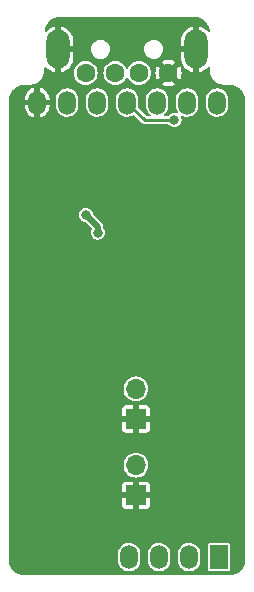
<source format=gbl>
%TF.GenerationSoftware,KiCad,Pcbnew,7.0.10*%
%TF.CreationDate,2024-03-08T01:09:17+05:30*%
%TF.ProjectId,ADAPTER PCB,41444150-5445-4522-9050-43422e6b6963,rev?*%
%TF.SameCoordinates,Original*%
%TF.FileFunction,Copper,L2,Bot*%
%TF.FilePolarity,Positive*%
%FSLAX46Y46*%
G04 Gerber Fmt 4.6, Leading zero omitted, Abs format (unit mm)*
G04 Created by KiCad (PCBNEW 7.0.10) date 2024-03-08 01:09:17*
%MOMM*%
%LPD*%
G01*
G04 APERTURE LIST*
%TA.AperFunction,ComponentPad*%
%ADD10O,1.500000X2.000000*%
%TD*%
%TA.AperFunction,ComponentPad*%
%ADD11R,1.500000X2.000000*%
%TD*%
%TA.AperFunction,ComponentPad*%
%ADD12C,1.600000*%
%TD*%
%TA.AperFunction,ComponentPad*%
%ADD13O,2.000000X3.300000*%
%TD*%
%TA.AperFunction,ComponentPad*%
%ADD14R,1.700000X1.700000*%
%TD*%
%TA.AperFunction,ComponentPad*%
%ADD15O,1.700000X1.700000*%
%TD*%
%TA.AperFunction,ViaPad*%
%ADD16C,0.800000*%
%TD*%
%TA.AperFunction,Conductor*%
%ADD17C,0.250000*%
%TD*%
%TA.AperFunction,Conductor*%
%ADD18C,0.500000*%
%TD*%
G04 APERTURE END LIST*
D10*
%TO.P,U1,1,M0*%
%TO.N,Net-(JP1-B)*%
X132620000Y-83250000D03*
%TO.P,U1,2,M1*%
%TO.N,Net-(JP2-B)*%
X130080000Y-83250000D03*
%TO.P,U1,3,RXD*%
%TO.N,/RXD*%
X127540000Y-83250000D03*
%TO.P,U1,4,TXD*%
%TO.N,/TXD*%
X125000000Y-83250000D03*
%TO.P,U1,5,AUX*%
%TO.N,Net-(U1-AUX)*%
X122460000Y-83250000D03*
%TO.P,U1,6,VCC*%
%TO.N,VCC*%
X119920000Y-83250000D03*
%TO.P,U1,7,GND*%
%TO.N,GND*%
X117380000Y-83250000D03*
%TO.P,U1,8,NC*%
%TO.N,unconnected-(U1-NC-Pad8)*%
X125180000Y-121750000D03*
%TO.P,U1,9,NC*%
%TO.N,unconnected-(U1-NC-Pad9)*%
X127720000Y-121750000D03*
%TO.P,U1,10,NC*%
%TO.N,unconnected-(U1-NC-Pad10)*%
X130260000Y-121750000D03*
D11*
%TO.P,U1,11,NC*%
%TO.N,unconnected-(U1-NC-Pad11)*%
X132800000Y-121750000D03*
%TD*%
D12*
%TO.P,J1,1,VBUS*%
%TO.N,Net-(J1-VBUS)*%
X121500000Y-80750000D03*
%TO.P,J1,2,D-*%
%TO.N,/USB_D-*%
X124000000Y-80750000D03*
%TO.P,J1,3,D+*%
%TO.N,/USB_D+*%
X126000000Y-80750000D03*
%TO.P,J1,4,GND*%
%TO.N,GND*%
X128500000Y-80750000D03*
D13*
%TO.P,J1,5,Shield*%
X130850000Y-78750000D03*
X119150000Y-78750000D03*
%TD*%
D14*
%TO.P,JP2,1,A*%
%TO.N,GND*%
X125750000Y-110040000D03*
D15*
%TO.P,JP2,2,B*%
%TO.N,Net-(JP2-B)*%
X125750000Y-107500000D03*
%TD*%
D14*
%TO.P,JP1,1,A*%
%TO.N,GND*%
X125750000Y-116500000D03*
D15*
%TO.P,JP1,2,B*%
%TO.N,Net-(JP1-B)*%
X125750000Y-113960000D03*
%TD*%
D16*
%TO.N,GND*%
X124000000Y-95000000D03*
X123750000Y-99500000D03*
X131000000Y-81250000D03*
X133750000Y-85250000D03*
X128000000Y-86500000D03*
X132750000Y-119250000D03*
X117250000Y-119750000D03*
X132500000Y-113500000D03*
X131750000Y-104500000D03*
X130250000Y-99500000D03*
X121000000Y-88500000D03*
X122500000Y-91750000D03*
X126750000Y-89250000D03*
X116750000Y-92750000D03*
X118250000Y-90750000D03*
X116250000Y-87500000D03*
X116500000Y-85500000D03*
%TO.N,VCC*%
X121500000Y-92750000D03*
X122512653Y-94262653D03*
%TO.N,GND*%
X117750000Y-99750000D03*
%TO.N,/TXD*%
X129000000Y-84750000D03*
%TD*%
D17*
%TO.N,/TXD*%
X126500000Y-84750000D02*
X125000000Y-83250000D01*
X129000000Y-84750000D02*
X126500000Y-84750000D01*
D18*
%TO.N,VCC*%
X122512653Y-93762653D02*
X121500000Y-92750000D01*
X122512653Y-94262653D02*
X122512653Y-93762653D01*
%TD*%
%TA.AperFunction,Conductor*%
%TO.N,GND*%
G36*
X130753875Y-76000805D02*
G01*
X130755738Y-76000951D01*
X130806771Y-76004967D01*
X130807087Y-76004994D01*
X130946135Y-76017159D01*
X130960580Y-76019512D01*
X131040370Y-76038668D01*
X131042791Y-76039282D01*
X131147873Y-76067438D01*
X131160111Y-76071593D01*
X131241252Y-76105203D01*
X131245167Y-76106926D01*
X131338496Y-76150446D01*
X131348368Y-76155749D01*
X131425101Y-76202771D01*
X131430099Y-76206049D01*
X131512808Y-76263962D01*
X131520301Y-76269763D01*
X131551222Y-76296172D01*
X131589319Y-76328710D01*
X131595027Y-76333986D01*
X131666012Y-76404971D01*
X131671288Y-76410679D01*
X131730228Y-76479688D01*
X131736044Y-76487200D01*
X131793933Y-76569874D01*
X131797238Y-76574914D01*
X131844240Y-76651614D01*
X131849552Y-76661502D01*
X131893072Y-76754831D01*
X131894812Y-76758785D01*
X131928401Y-76839877D01*
X131932564Y-76852139D01*
X131960705Y-76957164D01*
X131961342Y-76959675D01*
X131980483Y-77039399D01*
X131982842Y-77053883D01*
X131991779Y-77156043D01*
X131978015Y-77215660D01*
X131931838Y-77255801D01*
X131870885Y-77261133D01*
X131823152Y-77234675D01*
X131688811Y-77100334D01*
X131502481Y-76969865D01*
X131296323Y-76873732D01*
X131100000Y-76821127D01*
X131100000Y-77566313D01*
X131059844Y-77540507D01*
X130921889Y-77500000D01*
X130778111Y-77500000D01*
X130640156Y-77540507D01*
X130600000Y-77566313D01*
X130600000Y-76821127D01*
X130403676Y-76873732D01*
X130197518Y-76969865D01*
X130011188Y-77100334D01*
X129850334Y-77261188D01*
X129719865Y-77447518D01*
X129623733Y-77653676D01*
X129564857Y-77873402D01*
X129550000Y-78043228D01*
X129550000Y-78499999D01*
X129550001Y-78500000D01*
X130350000Y-78500000D01*
X130350000Y-79000000D01*
X129550001Y-79000000D01*
X129550000Y-79000001D01*
X129550000Y-79456771D01*
X129564857Y-79626597D01*
X129623733Y-79846323D01*
X129719865Y-80052481D01*
X129850334Y-80238811D01*
X130011188Y-80399665D01*
X130197518Y-80530134D01*
X130403676Y-80626266D01*
X130600000Y-80678872D01*
X130600000Y-79933686D01*
X130640156Y-79959493D01*
X130778111Y-80000000D01*
X130921889Y-80000000D01*
X131059844Y-79959493D01*
X131100000Y-79933686D01*
X131100000Y-80678871D01*
X131296323Y-80626266D01*
X131502481Y-80530134D01*
X131688811Y-80399665D01*
X131830496Y-80257981D01*
X131885013Y-80230204D01*
X131945445Y-80239775D01*
X131988710Y-80283040D01*
X131999500Y-80327985D01*
X131999500Y-80598420D01*
X132030289Y-80792821D01*
X132091116Y-80980025D01*
X132169942Y-81134732D01*
X132180476Y-81155405D01*
X132296172Y-81314646D01*
X132435354Y-81453828D01*
X132594595Y-81569524D01*
X132769975Y-81658884D01*
X132957174Y-81719709D01*
X132957175Y-81719709D01*
X132957178Y-81719710D01*
X133151580Y-81750500D01*
X133151583Y-81750500D01*
X133249901Y-81750500D01*
X133746110Y-81750500D01*
X133753875Y-81750805D01*
X133755738Y-81750951D01*
X133806771Y-81754967D01*
X133807087Y-81754994D01*
X133946135Y-81767159D01*
X133960580Y-81769512D01*
X134040370Y-81788668D01*
X134042791Y-81789282D01*
X134147873Y-81817438D01*
X134160111Y-81821593D01*
X134241252Y-81855203D01*
X134245167Y-81856926D01*
X134338496Y-81900446D01*
X134348368Y-81905749D01*
X134425101Y-81952771D01*
X134430099Y-81956049D01*
X134512808Y-82013962D01*
X134520301Y-82019763D01*
X134585089Y-82075097D01*
X134589319Y-82078710D01*
X134595027Y-82083986D01*
X134666012Y-82154971D01*
X134671288Y-82160679D01*
X134730228Y-82229688D01*
X134736044Y-82237200D01*
X134793933Y-82319874D01*
X134797238Y-82324914D01*
X134844240Y-82401614D01*
X134849552Y-82411502D01*
X134893072Y-82504831D01*
X134894812Y-82508785D01*
X134928401Y-82589877D01*
X134932564Y-82602139D01*
X134960705Y-82707164D01*
X134961342Y-82709675D01*
X134980483Y-82789399D01*
X134982842Y-82803883D01*
X134994979Y-82942611D01*
X134995051Y-82943471D01*
X134999195Y-82996124D01*
X134999500Y-83003892D01*
X134999500Y-121996107D01*
X134999195Y-122003875D01*
X134995051Y-122056527D01*
X134994979Y-122057387D01*
X134982842Y-122196115D01*
X134980483Y-122210599D01*
X134961342Y-122290323D01*
X134960705Y-122292834D01*
X134932564Y-122397859D01*
X134928401Y-122410121D01*
X134894812Y-122491213D01*
X134893072Y-122495167D01*
X134849552Y-122588496D01*
X134844240Y-122598384D01*
X134797249Y-122675067D01*
X134793933Y-122680124D01*
X134736044Y-122762798D01*
X134730228Y-122770310D01*
X134671288Y-122839319D01*
X134666012Y-122845027D01*
X134595027Y-122916012D01*
X134589319Y-122921288D01*
X134520310Y-122980228D01*
X134512798Y-122986044D01*
X134430124Y-123043933D01*
X134425067Y-123047249D01*
X134348384Y-123094240D01*
X134338496Y-123099552D01*
X134245167Y-123143072D01*
X134241213Y-123144812D01*
X134160121Y-123178401D01*
X134147859Y-123182564D01*
X134042834Y-123210705D01*
X134040323Y-123211342D01*
X133960599Y-123230483D01*
X133946115Y-123232842D01*
X133807387Y-123244979D01*
X133806527Y-123245051D01*
X133753875Y-123249195D01*
X133746107Y-123249500D01*
X116253893Y-123249500D01*
X116246125Y-123249195D01*
X116193471Y-123245051D01*
X116192611Y-123244979D01*
X116053883Y-123232842D01*
X116039399Y-123230483D01*
X115959675Y-123211342D01*
X115957164Y-123210705D01*
X115852139Y-123182564D01*
X115839877Y-123178401D01*
X115758785Y-123144812D01*
X115754831Y-123143072D01*
X115661502Y-123099552D01*
X115651619Y-123094242D01*
X115574914Y-123047238D01*
X115569884Y-123043939D01*
X115487197Y-122986042D01*
X115479688Y-122980228D01*
X115449185Y-122954176D01*
X115431259Y-122938865D01*
X115410679Y-122921288D01*
X115404971Y-122916012D01*
X115333986Y-122845027D01*
X115328710Y-122839319D01*
X115319240Y-122828231D01*
X115269763Y-122770301D01*
X115263962Y-122762808D01*
X115206049Y-122680099D01*
X115202771Y-122675101D01*
X115155749Y-122598368D01*
X115150446Y-122588496D01*
X115106926Y-122495167D01*
X115105203Y-122491252D01*
X115071593Y-122410111D01*
X115067438Y-122397873D01*
X115039282Y-122292791D01*
X115038668Y-122290370D01*
X115019512Y-122210580D01*
X115017159Y-122196135D01*
X115004994Y-122057087D01*
X115004967Y-122056771D01*
X115004293Y-122048207D01*
X124229500Y-122048207D01*
X124244155Y-122192321D01*
X124302026Y-122376768D01*
X124302027Y-122376770D01*
X124395838Y-122545787D01*
X124395840Y-122545790D01*
X124521759Y-122692468D01*
X124621597Y-122769748D01*
X124674627Y-122810796D01*
X124848180Y-122895928D01*
X124848184Y-122895930D01*
X125035326Y-122944385D01*
X125228390Y-122954176D01*
X125419474Y-122924903D01*
X125497703Y-122895930D01*
X125600749Y-122857766D01*
X125600751Y-122857764D01*
X125600753Y-122857764D01*
X125764807Y-122755509D01*
X125904919Y-122622323D01*
X126015353Y-122463658D01*
X126091587Y-122286012D01*
X126130500Y-122096656D01*
X126130500Y-122048207D01*
X126769500Y-122048207D01*
X126784155Y-122192321D01*
X126842026Y-122376768D01*
X126842027Y-122376770D01*
X126935838Y-122545787D01*
X126935840Y-122545790D01*
X127061759Y-122692468D01*
X127161597Y-122769748D01*
X127214627Y-122810796D01*
X127388180Y-122895928D01*
X127388184Y-122895930D01*
X127575326Y-122944385D01*
X127768390Y-122954176D01*
X127959474Y-122924903D01*
X128037703Y-122895930D01*
X128140749Y-122857766D01*
X128140751Y-122857764D01*
X128140753Y-122857764D01*
X128304807Y-122755509D01*
X128444919Y-122622323D01*
X128555353Y-122463658D01*
X128631587Y-122286012D01*
X128670500Y-122096656D01*
X128670500Y-122048207D01*
X129309500Y-122048207D01*
X129324155Y-122192321D01*
X129382026Y-122376768D01*
X129382027Y-122376770D01*
X129475838Y-122545787D01*
X129475840Y-122545790D01*
X129601759Y-122692468D01*
X129701597Y-122769748D01*
X129754627Y-122810796D01*
X129928180Y-122895928D01*
X129928184Y-122895930D01*
X130115326Y-122944385D01*
X130308390Y-122954176D01*
X130499474Y-122924903D01*
X130577703Y-122895930D01*
X130680749Y-122857766D01*
X130680751Y-122857764D01*
X130680753Y-122857764D01*
X130821966Y-122769746D01*
X131849500Y-122769746D01*
X131849501Y-122769758D01*
X131861132Y-122828227D01*
X131861134Y-122828233D01*
X131880868Y-122857766D01*
X131905448Y-122894552D01*
X131971769Y-122938867D01*
X132016231Y-122947711D01*
X132030241Y-122950498D01*
X132030246Y-122950498D01*
X132030252Y-122950500D01*
X132030253Y-122950500D01*
X133569747Y-122950500D01*
X133569748Y-122950500D01*
X133628231Y-122938867D01*
X133694552Y-122894552D01*
X133738867Y-122828231D01*
X133750500Y-122769748D01*
X133750500Y-120730252D01*
X133738867Y-120671769D01*
X133694552Y-120605448D01*
X133694548Y-120605445D01*
X133628233Y-120561134D01*
X133628231Y-120561133D01*
X133628228Y-120561132D01*
X133628227Y-120561132D01*
X133569758Y-120549501D01*
X133569748Y-120549500D01*
X132030252Y-120549500D01*
X132030251Y-120549500D01*
X132030241Y-120549501D01*
X131971772Y-120561132D01*
X131971766Y-120561134D01*
X131905451Y-120605445D01*
X131905445Y-120605451D01*
X131861134Y-120671766D01*
X131861132Y-120671772D01*
X131849501Y-120730241D01*
X131849500Y-120730253D01*
X131849500Y-122769746D01*
X130821966Y-122769746D01*
X130844807Y-122755509D01*
X130984919Y-122622323D01*
X131095353Y-122463658D01*
X131171587Y-122286012D01*
X131210500Y-122096656D01*
X131210500Y-121451794D01*
X131195845Y-121307679D01*
X131137974Y-121123232D01*
X131044159Y-120954209D01*
X130978458Y-120877677D01*
X130918240Y-120807531D01*
X130765372Y-120689203D01*
X130591818Y-120604071D01*
X130591820Y-120604071D01*
X130571600Y-120598835D01*
X130404674Y-120555615D01*
X130404672Y-120555614D01*
X130404669Y-120555614D01*
X130260560Y-120548306D01*
X130211610Y-120545824D01*
X130211608Y-120545824D01*
X130211605Y-120545824D01*
X130020525Y-120575096D01*
X129839250Y-120642233D01*
X129675191Y-120744492D01*
X129675185Y-120744497D01*
X129535082Y-120877675D01*
X129424651Y-121036334D01*
X129424645Y-121036345D01*
X129348413Y-121213986D01*
X129348413Y-121213988D01*
X129309500Y-121403344D01*
X129309500Y-121403347D01*
X129309500Y-122048207D01*
X128670500Y-122048207D01*
X128670500Y-121451794D01*
X128655845Y-121307679D01*
X128597974Y-121123232D01*
X128504159Y-120954209D01*
X128438458Y-120877677D01*
X128378240Y-120807531D01*
X128225372Y-120689203D01*
X128051818Y-120604071D01*
X128051820Y-120604071D01*
X128031600Y-120598835D01*
X127864674Y-120555615D01*
X127864672Y-120555614D01*
X127864669Y-120555614D01*
X127720560Y-120548306D01*
X127671610Y-120545824D01*
X127671608Y-120545824D01*
X127671605Y-120545824D01*
X127480525Y-120575096D01*
X127299250Y-120642233D01*
X127135191Y-120744492D01*
X127135185Y-120744497D01*
X126995082Y-120877675D01*
X126884651Y-121036334D01*
X126884645Y-121036345D01*
X126808413Y-121213986D01*
X126808413Y-121213988D01*
X126769500Y-121403344D01*
X126769500Y-121403347D01*
X126769500Y-122048207D01*
X126130500Y-122048207D01*
X126130500Y-121451794D01*
X126115845Y-121307679D01*
X126057974Y-121123232D01*
X125964159Y-120954209D01*
X125898458Y-120877677D01*
X125838240Y-120807531D01*
X125685372Y-120689203D01*
X125511818Y-120604071D01*
X125511820Y-120604071D01*
X125491600Y-120598835D01*
X125324674Y-120555615D01*
X125324672Y-120555614D01*
X125324669Y-120555614D01*
X125180560Y-120548306D01*
X125131610Y-120545824D01*
X125131608Y-120545824D01*
X125131605Y-120545824D01*
X124940525Y-120575096D01*
X124759250Y-120642233D01*
X124595191Y-120744492D01*
X124595185Y-120744497D01*
X124455082Y-120877675D01*
X124344651Y-121036334D01*
X124344645Y-121036345D01*
X124268413Y-121213986D01*
X124268413Y-121213988D01*
X124229500Y-121403344D01*
X124229500Y-121403347D01*
X124229500Y-122048207D01*
X115004293Y-122048207D01*
X115000805Y-122003875D01*
X115000500Y-121996110D01*
X115000500Y-116249999D01*
X124600000Y-116249999D01*
X124600001Y-116250000D01*
X125316314Y-116250000D01*
X125290507Y-116290156D01*
X125250000Y-116428111D01*
X125250000Y-116571889D01*
X125290507Y-116709844D01*
X125316314Y-116750000D01*
X124600002Y-116750000D01*
X124600001Y-116750001D01*
X124600001Y-117394791D01*
X124602909Y-117419874D01*
X124648213Y-117522477D01*
X124727522Y-117601786D01*
X124830127Y-117647090D01*
X124855203Y-117649999D01*
X125499998Y-117649999D01*
X125500000Y-117649998D01*
X125500000Y-116935501D01*
X125607685Y-116984680D01*
X125714237Y-117000000D01*
X125785763Y-117000000D01*
X125892315Y-116984680D01*
X126000000Y-116935501D01*
X126000000Y-117649998D01*
X126000001Y-117649999D01*
X126644790Y-117649999D01*
X126644791Y-117649998D01*
X126669874Y-117647090D01*
X126772477Y-117601786D01*
X126851786Y-117522477D01*
X126897090Y-117419872D01*
X126899999Y-117394797D01*
X126900000Y-117394795D01*
X126900000Y-116750001D01*
X126899999Y-116750000D01*
X126183686Y-116750000D01*
X126209493Y-116709844D01*
X126250000Y-116571889D01*
X126250000Y-116428111D01*
X126209493Y-116290156D01*
X126183686Y-116250000D01*
X126899998Y-116250000D01*
X126899999Y-116249999D01*
X126899999Y-115605210D01*
X126899998Y-115605208D01*
X126897090Y-115580125D01*
X126851786Y-115477522D01*
X126772477Y-115398213D01*
X126669872Y-115352909D01*
X126644797Y-115350000D01*
X126000001Y-115350000D01*
X126000000Y-115350001D01*
X126000000Y-116064498D01*
X125892315Y-116015320D01*
X125785763Y-116000000D01*
X125714237Y-116000000D01*
X125607685Y-116015320D01*
X125500000Y-116064498D01*
X125500000Y-115350001D01*
X125499999Y-115350000D01*
X124855210Y-115350000D01*
X124855207Y-115350001D01*
X124830125Y-115352909D01*
X124727522Y-115398213D01*
X124648213Y-115477522D01*
X124602909Y-115580127D01*
X124600000Y-115605202D01*
X124600000Y-116249999D01*
X115000500Y-116249999D01*
X115000500Y-113960003D01*
X124694417Y-113960003D01*
X124714698Y-114165929D01*
X124714699Y-114165934D01*
X124774768Y-114363954D01*
X124872316Y-114546452D01*
X125003585Y-114706404D01*
X125003590Y-114706410D01*
X125003595Y-114706414D01*
X125163547Y-114837683D01*
X125163548Y-114837683D01*
X125163550Y-114837685D01*
X125346046Y-114935232D01*
X125483997Y-114977078D01*
X125544065Y-114995300D01*
X125544070Y-114995301D01*
X125749997Y-115015583D01*
X125750000Y-115015583D01*
X125750003Y-115015583D01*
X125955929Y-114995301D01*
X125955934Y-114995300D01*
X126153954Y-114935232D01*
X126336450Y-114837685D01*
X126496410Y-114706410D01*
X126627685Y-114546450D01*
X126725232Y-114363954D01*
X126785300Y-114165934D01*
X126785301Y-114165929D01*
X126805583Y-113960003D01*
X126805583Y-113959996D01*
X126785301Y-113754070D01*
X126785300Y-113754065D01*
X126767078Y-113693997D01*
X126725232Y-113556046D01*
X126627685Y-113373550D01*
X126496410Y-113213590D01*
X126496404Y-113213585D01*
X126336452Y-113082316D01*
X126153954Y-112984768D01*
X125955934Y-112924699D01*
X125955929Y-112924698D01*
X125750003Y-112904417D01*
X125749997Y-112904417D01*
X125544070Y-112924698D01*
X125544065Y-112924699D01*
X125346045Y-112984768D01*
X125163547Y-113082316D01*
X125003595Y-113213585D01*
X125003585Y-113213595D01*
X124872316Y-113373547D01*
X124774768Y-113556045D01*
X124714699Y-113754065D01*
X124714698Y-113754070D01*
X124694417Y-113959996D01*
X124694417Y-113960003D01*
X115000500Y-113960003D01*
X115000500Y-109789999D01*
X124600000Y-109789999D01*
X124600001Y-109790000D01*
X125316314Y-109790000D01*
X125290507Y-109830156D01*
X125250000Y-109968111D01*
X125250000Y-110111889D01*
X125290507Y-110249844D01*
X125316314Y-110290000D01*
X124600002Y-110290000D01*
X124600001Y-110290001D01*
X124600001Y-110934791D01*
X124602909Y-110959874D01*
X124648213Y-111062477D01*
X124727522Y-111141786D01*
X124830127Y-111187090D01*
X124855203Y-111189999D01*
X125499998Y-111189999D01*
X125500000Y-111189998D01*
X125500000Y-110475501D01*
X125607685Y-110524680D01*
X125714237Y-110540000D01*
X125785763Y-110540000D01*
X125892315Y-110524680D01*
X126000000Y-110475501D01*
X126000000Y-111189998D01*
X126000001Y-111189999D01*
X126644790Y-111189999D01*
X126644791Y-111189998D01*
X126669874Y-111187090D01*
X126772477Y-111141786D01*
X126851786Y-111062477D01*
X126897090Y-110959872D01*
X126899999Y-110934797D01*
X126900000Y-110934795D01*
X126900000Y-110290001D01*
X126899999Y-110290000D01*
X126183686Y-110290000D01*
X126209493Y-110249844D01*
X126250000Y-110111889D01*
X126250000Y-109968111D01*
X126209493Y-109830156D01*
X126183686Y-109790000D01*
X126899998Y-109790000D01*
X126899999Y-109789999D01*
X126899999Y-109145210D01*
X126899998Y-109145208D01*
X126897090Y-109120125D01*
X126851786Y-109017522D01*
X126772477Y-108938213D01*
X126669872Y-108892909D01*
X126644797Y-108890000D01*
X126000001Y-108890000D01*
X126000000Y-108890001D01*
X126000000Y-109604498D01*
X125892315Y-109555320D01*
X125785763Y-109540000D01*
X125714237Y-109540000D01*
X125607685Y-109555320D01*
X125500000Y-109604498D01*
X125500000Y-108890001D01*
X125499999Y-108890000D01*
X124855210Y-108890000D01*
X124855207Y-108890001D01*
X124830125Y-108892909D01*
X124727522Y-108938213D01*
X124648213Y-109017522D01*
X124602909Y-109120127D01*
X124600000Y-109145202D01*
X124600000Y-109789999D01*
X115000500Y-109789999D01*
X115000500Y-107500003D01*
X124694417Y-107500003D01*
X124714698Y-107705929D01*
X124714699Y-107705934D01*
X124774768Y-107903954D01*
X124872316Y-108086452D01*
X125003585Y-108246404D01*
X125003590Y-108246410D01*
X125003595Y-108246414D01*
X125163547Y-108377683D01*
X125163548Y-108377683D01*
X125163550Y-108377685D01*
X125346046Y-108475232D01*
X125483997Y-108517078D01*
X125544065Y-108535300D01*
X125544070Y-108535301D01*
X125749997Y-108555583D01*
X125750000Y-108555583D01*
X125750003Y-108555583D01*
X125955929Y-108535301D01*
X125955934Y-108535300D01*
X126153954Y-108475232D01*
X126336450Y-108377685D01*
X126496410Y-108246410D01*
X126627685Y-108086450D01*
X126725232Y-107903954D01*
X126785300Y-107705934D01*
X126785301Y-107705929D01*
X126805583Y-107500003D01*
X126805583Y-107499996D01*
X126785301Y-107294070D01*
X126785300Y-107294065D01*
X126767078Y-107233997D01*
X126725232Y-107096046D01*
X126627685Y-106913550D01*
X126496410Y-106753590D01*
X126496404Y-106753585D01*
X126336452Y-106622316D01*
X126153954Y-106524768D01*
X125955934Y-106464699D01*
X125955929Y-106464698D01*
X125750003Y-106444417D01*
X125749997Y-106444417D01*
X125544070Y-106464698D01*
X125544065Y-106464699D01*
X125346045Y-106524768D01*
X125163547Y-106622316D01*
X125003595Y-106753585D01*
X125003585Y-106753595D01*
X124872316Y-106913547D01*
X124774768Y-107096045D01*
X124714699Y-107294065D01*
X124714698Y-107294070D01*
X124694417Y-107499996D01*
X124694417Y-107500003D01*
X115000500Y-107500003D01*
X115000500Y-92750000D01*
X120894318Y-92750000D01*
X120914955Y-92906758D01*
X120914957Y-92906766D01*
X120975462Y-93052838D01*
X120975462Y-93052839D01*
X120975464Y-93052841D01*
X121071718Y-93178282D01*
X121197159Y-93274536D01*
X121343238Y-93335044D01*
X121430495Y-93346531D01*
X121485719Y-93372872D01*
X121487575Y-93374680D01*
X121966117Y-93853221D01*
X121993895Y-93907738D01*
X121987578Y-93961110D01*
X121927610Y-94105885D01*
X121927608Y-94105894D01*
X121906971Y-94262652D01*
X121906971Y-94262653D01*
X121927608Y-94419411D01*
X121927610Y-94419419D01*
X121988115Y-94565491D01*
X121988115Y-94565492D01*
X121988117Y-94565494D01*
X122084371Y-94690935D01*
X122209812Y-94787189D01*
X122355891Y-94847697D01*
X122473462Y-94863175D01*
X122512652Y-94868335D01*
X122512653Y-94868335D01*
X122512654Y-94868335D01*
X122544005Y-94864207D01*
X122669415Y-94847697D01*
X122815494Y-94787189D01*
X122940935Y-94690935D01*
X123037189Y-94565494D01*
X123097697Y-94419415D01*
X123118335Y-94262653D01*
X123097697Y-94105891D01*
X123037190Y-93959814D01*
X123037190Y-93959813D01*
X122983611Y-93889987D01*
X122963187Y-93832311D01*
X122963153Y-93829720D01*
X122963153Y-93793515D01*
X122963775Y-93782432D01*
X122967923Y-93745618D01*
X122957200Y-93688948D01*
X122956596Y-93685394D01*
X122948001Y-93628366D01*
X122948000Y-93628363D01*
X122945815Y-93621279D01*
X122946236Y-93621148D01*
X122945542Y-93619039D01*
X122945127Y-93619185D01*
X122942676Y-93612180D01*
X122915746Y-93561227D01*
X122914077Y-93557922D01*
X122889078Y-93506011D01*
X122889074Y-93506006D01*
X122884899Y-93499882D01*
X122885263Y-93499633D01*
X122883977Y-93497822D01*
X122883623Y-93498084D01*
X122879220Y-93492119D01*
X122879219Y-93492116D01*
X122879216Y-93492113D01*
X122838464Y-93451360D01*
X122835895Y-93448693D01*
X122796709Y-93406459D01*
X122790911Y-93401836D01*
X122791185Y-93401492D01*
X122780050Y-93392947D01*
X122124680Y-92737577D01*
X122096903Y-92683060D01*
X122096531Y-92680495D01*
X122085044Y-92593240D01*
X122085044Y-92593238D01*
X122024537Y-92447161D01*
X122024537Y-92447160D01*
X121928286Y-92321723D01*
X121928285Y-92321722D01*
X121928282Y-92321718D01*
X121928277Y-92321714D01*
X121928276Y-92321713D01*
X121802838Y-92225462D01*
X121656766Y-92164957D01*
X121656758Y-92164955D01*
X121500001Y-92144318D01*
X121499999Y-92144318D01*
X121343241Y-92164955D01*
X121343233Y-92164957D01*
X121197161Y-92225462D01*
X121197160Y-92225462D01*
X121071723Y-92321713D01*
X121071713Y-92321723D01*
X120975462Y-92447160D01*
X120975462Y-92447161D01*
X120914957Y-92593233D01*
X120914955Y-92593241D01*
X120894318Y-92749999D01*
X120894318Y-92750000D01*
X115000500Y-92750000D01*
X115000500Y-83551595D01*
X116330000Y-83551595D01*
X116345190Y-83705831D01*
X116345191Y-83705836D01*
X116405232Y-83903762D01*
X116405234Y-83903767D01*
X116502724Y-84086160D01*
X116502731Y-84086170D01*
X116633940Y-84246050D01*
X116633949Y-84246059D01*
X116793829Y-84377268D01*
X116793839Y-84377275D01*
X116976232Y-84474765D01*
X116976237Y-84474767D01*
X117129999Y-84521411D01*
X117130000Y-84521411D01*
X117130000Y-83624189D01*
X117182547Y-83660016D01*
X117312173Y-83700000D01*
X117413724Y-83700000D01*
X117514138Y-83684865D01*
X117630000Y-83629068D01*
X117630000Y-84521411D01*
X117783762Y-84474767D01*
X117783767Y-84474765D01*
X117966160Y-84377275D01*
X117966170Y-84377268D01*
X118126050Y-84246059D01*
X118126059Y-84246050D01*
X118257268Y-84086170D01*
X118257275Y-84086160D01*
X118354765Y-83903767D01*
X118354767Y-83903762D01*
X118414808Y-83705836D01*
X118414809Y-83705831D01*
X118430000Y-83551595D01*
X118430000Y-83548207D01*
X118969500Y-83548207D01*
X118984155Y-83692321D01*
X119042026Y-83876768D01*
X119042027Y-83876770D01*
X119135838Y-84045787D01*
X119135840Y-84045790D01*
X119261759Y-84192468D01*
X119414627Y-84310796D01*
X119588180Y-84395928D01*
X119588184Y-84395930D01*
X119775326Y-84444385D01*
X119968390Y-84454176D01*
X120159474Y-84424903D01*
X120171570Y-84420423D01*
X120340749Y-84357766D01*
X120340751Y-84357764D01*
X120340753Y-84357764D01*
X120504807Y-84255509D01*
X120644919Y-84122323D01*
X120755353Y-83963658D01*
X120831587Y-83786012D01*
X120870500Y-83596656D01*
X120870500Y-83548207D01*
X121509500Y-83548207D01*
X121524155Y-83692321D01*
X121582026Y-83876768D01*
X121582027Y-83876770D01*
X121675838Y-84045787D01*
X121675840Y-84045790D01*
X121801759Y-84192468D01*
X121954627Y-84310796D01*
X122128180Y-84395928D01*
X122128184Y-84395930D01*
X122315326Y-84444385D01*
X122508390Y-84454176D01*
X122699474Y-84424903D01*
X122711570Y-84420423D01*
X122880749Y-84357766D01*
X122880751Y-84357764D01*
X122880753Y-84357764D01*
X123044807Y-84255509D01*
X123184919Y-84122323D01*
X123295353Y-83963658D01*
X123371587Y-83786012D01*
X123410500Y-83596656D01*
X123410500Y-83548207D01*
X124049500Y-83548207D01*
X124064155Y-83692321D01*
X124122026Y-83876768D01*
X124122027Y-83876770D01*
X124215838Y-84045787D01*
X124215840Y-84045790D01*
X124341759Y-84192468D01*
X124494627Y-84310796D01*
X124668180Y-84395928D01*
X124668184Y-84395930D01*
X124855326Y-84444385D01*
X125048390Y-84454176D01*
X125239474Y-84424903D01*
X125251570Y-84420423D01*
X125420747Y-84357767D01*
X125420748Y-84357766D01*
X125420748Y-84357765D01*
X125420753Y-84357764D01*
X125493645Y-84312330D01*
X125553029Y-84297595D01*
X125609733Y-84320579D01*
X125616016Y-84326342D01*
X126256741Y-84967068D01*
X126262565Y-84973424D01*
X126287545Y-85003194D01*
X126321208Y-85022629D01*
X126328473Y-85027257D01*
X126360316Y-85049554D01*
X126361767Y-85049942D01*
X126385659Y-85059840D01*
X126386954Y-85060588D01*
X126398190Y-85062568D01*
X126425233Y-85067337D01*
X126433642Y-85069201D01*
X126471193Y-85079263D01*
X126471194Y-85079262D01*
X126471194Y-85079263D01*
X126509897Y-85075877D01*
X126518525Y-85075500D01*
X128444030Y-85075500D01*
X128502221Y-85094407D01*
X128522570Y-85114231D01*
X128571718Y-85178282D01*
X128697159Y-85274536D01*
X128843238Y-85335044D01*
X128960809Y-85350522D01*
X128999999Y-85355682D01*
X129000000Y-85355682D01*
X129000001Y-85355682D01*
X129031352Y-85351554D01*
X129156762Y-85335044D01*
X129302841Y-85274536D01*
X129428282Y-85178282D01*
X129524536Y-85052841D01*
X129585044Y-84906762D01*
X129605682Y-84750000D01*
X129585044Y-84593238D01*
X129541216Y-84487428D01*
X129536415Y-84426431D01*
X129568385Y-84374262D01*
X129624913Y-84350847D01*
X129676279Y-84360659D01*
X129748180Y-84395928D01*
X129748184Y-84395930D01*
X129935326Y-84444385D01*
X130128390Y-84454176D01*
X130319474Y-84424903D01*
X130331570Y-84420423D01*
X130500749Y-84357766D01*
X130500751Y-84357764D01*
X130500753Y-84357764D01*
X130664807Y-84255509D01*
X130804919Y-84122323D01*
X130915353Y-83963658D01*
X130991587Y-83786012D01*
X131030500Y-83596656D01*
X131030500Y-83548207D01*
X131669500Y-83548207D01*
X131684155Y-83692321D01*
X131742026Y-83876768D01*
X131742027Y-83876770D01*
X131835838Y-84045787D01*
X131835840Y-84045790D01*
X131961759Y-84192468D01*
X132114627Y-84310796D01*
X132288180Y-84395928D01*
X132288184Y-84395930D01*
X132475326Y-84444385D01*
X132668390Y-84454176D01*
X132859474Y-84424903D01*
X132871570Y-84420423D01*
X133040749Y-84357766D01*
X133040751Y-84357764D01*
X133040753Y-84357764D01*
X133204807Y-84255509D01*
X133344919Y-84122323D01*
X133455353Y-83963658D01*
X133531587Y-83786012D01*
X133570500Y-83596656D01*
X133570500Y-82951794D01*
X133555845Y-82807679D01*
X133497974Y-82623232D01*
X133432275Y-82504864D01*
X133404161Y-82454212D01*
X133404159Y-82454209D01*
X133278240Y-82307531D01*
X133125372Y-82189203D01*
X132951818Y-82104071D01*
X132951820Y-82104071D01*
X132853871Y-82078710D01*
X132764674Y-82055615D01*
X132764672Y-82055614D01*
X132764669Y-82055614D01*
X132620560Y-82048306D01*
X132571610Y-82045824D01*
X132571608Y-82045824D01*
X132571605Y-82045824D01*
X132380525Y-82075096D01*
X132199250Y-82142233D01*
X132035191Y-82244492D01*
X132035185Y-82244497D01*
X131895082Y-82377675D01*
X131784651Y-82536334D01*
X131784645Y-82536345D01*
X131708413Y-82713986D01*
X131708413Y-82713988D01*
X131669500Y-82903344D01*
X131669500Y-82903347D01*
X131669500Y-83548207D01*
X131030500Y-83548207D01*
X131030500Y-82951794D01*
X131015845Y-82807679D01*
X130957974Y-82623232D01*
X130892275Y-82504864D01*
X130864161Y-82454212D01*
X130864159Y-82454209D01*
X130738240Y-82307531D01*
X130585372Y-82189203D01*
X130411818Y-82104071D01*
X130411820Y-82104071D01*
X130313871Y-82078710D01*
X130224674Y-82055615D01*
X130224672Y-82055614D01*
X130224669Y-82055614D01*
X130080560Y-82048306D01*
X130031610Y-82045824D01*
X130031608Y-82045824D01*
X130031605Y-82045824D01*
X129840525Y-82075096D01*
X129659250Y-82142233D01*
X129495191Y-82244492D01*
X129495185Y-82244497D01*
X129355082Y-82377675D01*
X129244651Y-82536334D01*
X129244645Y-82536345D01*
X129168413Y-82713986D01*
X129168413Y-82713988D01*
X129129500Y-82903344D01*
X129129500Y-82903347D01*
X129129500Y-83548207D01*
X129144155Y-83692321D01*
X129202026Y-83876768D01*
X129202027Y-83876770D01*
X129285546Y-84027244D01*
X129297255Y-84087299D01*
X129271428Y-84142766D01*
X129217930Y-84172460D01*
X129161101Y-84166753D01*
X129156767Y-84164957D01*
X129156758Y-84164955D01*
X129000001Y-84144318D01*
X128999999Y-84144318D01*
X128843241Y-84164955D01*
X128843233Y-84164957D01*
X128697161Y-84225462D01*
X128697160Y-84225462D01*
X128571723Y-84321713D01*
X128571714Y-84321722D01*
X128522572Y-84385767D01*
X128472148Y-84420423D01*
X128444030Y-84424500D01*
X128194871Y-84424500D01*
X128136680Y-84405593D01*
X128100716Y-84356093D01*
X128100716Y-84294907D01*
X128126663Y-84253746D01*
X128212175Y-84172460D01*
X128264919Y-84122323D01*
X128375353Y-83963658D01*
X128451587Y-83786012D01*
X128490500Y-83596656D01*
X128490500Y-82951794D01*
X128475845Y-82807679D01*
X128417974Y-82623232D01*
X128352275Y-82504864D01*
X128324161Y-82454212D01*
X128324159Y-82454209D01*
X128198240Y-82307531D01*
X128045372Y-82189203D01*
X127871818Y-82104071D01*
X127871820Y-82104071D01*
X127773871Y-82078710D01*
X127684674Y-82055615D01*
X127684672Y-82055614D01*
X127684669Y-82055614D01*
X127540560Y-82048306D01*
X127491610Y-82045824D01*
X127491608Y-82045824D01*
X127491605Y-82045824D01*
X127300525Y-82075096D01*
X127119250Y-82142233D01*
X126955191Y-82244492D01*
X126955185Y-82244497D01*
X126815082Y-82377675D01*
X126704651Y-82536334D01*
X126704645Y-82536345D01*
X126628413Y-82713986D01*
X126628413Y-82713988D01*
X126589500Y-82903344D01*
X126589500Y-82903347D01*
X126589500Y-83548207D01*
X126604155Y-83692321D01*
X126662026Y-83876768D01*
X126662027Y-83876770D01*
X126755838Y-84045787D01*
X126755840Y-84045790D01*
X126881759Y-84192468D01*
X126952484Y-84247213D01*
X126986927Y-84297783D01*
X126985067Y-84358940D01*
X126947615Y-84407324D01*
X126891886Y-84424500D01*
X126675835Y-84424500D01*
X126617644Y-84405593D01*
X126605831Y-84395504D01*
X125963736Y-83753410D01*
X125935959Y-83698893D01*
X125936766Y-83663481D01*
X125950500Y-83596656D01*
X125950500Y-82951794D01*
X125935845Y-82807679D01*
X125877974Y-82623232D01*
X125812275Y-82504864D01*
X125784161Y-82454212D01*
X125784159Y-82454209D01*
X125658240Y-82307531D01*
X125505372Y-82189203D01*
X125331818Y-82104071D01*
X125331820Y-82104071D01*
X125233871Y-82078710D01*
X125144674Y-82055615D01*
X125144672Y-82055614D01*
X125144669Y-82055614D01*
X125000560Y-82048306D01*
X124951610Y-82045824D01*
X124951608Y-82045824D01*
X124951605Y-82045824D01*
X124760525Y-82075096D01*
X124579250Y-82142233D01*
X124415191Y-82244492D01*
X124415185Y-82244497D01*
X124275082Y-82377675D01*
X124164651Y-82536334D01*
X124164645Y-82536345D01*
X124088413Y-82713986D01*
X124088413Y-82713988D01*
X124049500Y-82903344D01*
X124049500Y-82903347D01*
X124049500Y-83548207D01*
X123410500Y-83548207D01*
X123410500Y-82951794D01*
X123395845Y-82807679D01*
X123337974Y-82623232D01*
X123272275Y-82504864D01*
X123244161Y-82454212D01*
X123244159Y-82454209D01*
X123118240Y-82307531D01*
X122965372Y-82189203D01*
X122791818Y-82104071D01*
X122791820Y-82104071D01*
X122693871Y-82078710D01*
X122604674Y-82055615D01*
X122604672Y-82055614D01*
X122604669Y-82055614D01*
X122460560Y-82048306D01*
X122411610Y-82045824D01*
X122411608Y-82045824D01*
X122411605Y-82045824D01*
X122220525Y-82075096D01*
X122039250Y-82142233D01*
X121875191Y-82244492D01*
X121875185Y-82244497D01*
X121735082Y-82377675D01*
X121624651Y-82536334D01*
X121624645Y-82536345D01*
X121548413Y-82713986D01*
X121548413Y-82713988D01*
X121509500Y-82903344D01*
X121509500Y-82903347D01*
X121509500Y-83548207D01*
X120870500Y-83548207D01*
X120870500Y-82951794D01*
X120855845Y-82807679D01*
X120797974Y-82623232D01*
X120732275Y-82504864D01*
X120704161Y-82454212D01*
X120704159Y-82454209D01*
X120578240Y-82307531D01*
X120425372Y-82189203D01*
X120251818Y-82104071D01*
X120251820Y-82104071D01*
X120153871Y-82078710D01*
X120064674Y-82055615D01*
X120064672Y-82055614D01*
X120064669Y-82055614D01*
X119920560Y-82048306D01*
X119871610Y-82045824D01*
X119871608Y-82045824D01*
X119871605Y-82045824D01*
X119680525Y-82075096D01*
X119499250Y-82142233D01*
X119335191Y-82244492D01*
X119335185Y-82244497D01*
X119195082Y-82377675D01*
X119084651Y-82536334D01*
X119084645Y-82536345D01*
X119008413Y-82713986D01*
X119008413Y-82713988D01*
X118969500Y-82903344D01*
X118969500Y-82903347D01*
X118969500Y-83548207D01*
X118430000Y-83548207D01*
X118430000Y-83500001D01*
X118429999Y-83500000D01*
X117755278Y-83500000D01*
X117803625Y-83416260D01*
X117833810Y-83284008D01*
X117823673Y-83148735D01*
X117774113Y-83022459D01*
X117756203Y-83000000D01*
X118429999Y-83000000D01*
X118430000Y-82999999D01*
X118430000Y-82948404D01*
X118414809Y-82794168D01*
X118414808Y-82794163D01*
X118354767Y-82596237D01*
X118354765Y-82596232D01*
X118257275Y-82413839D01*
X118257268Y-82413829D01*
X118126059Y-82253949D01*
X118126050Y-82253940D01*
X117966170Y-82122731D01*
X117966160Y-82122724D01*
X117783771Y-82025236D01*
X117783758Y-82025231D01*
X117630000Y-81978588D01*
X117630000Y-82875810D01*
X117577453Y-82839984D01*
X117447827Y-82800000D01*
X117346276Y-82800000D01*
X117245862Y-82815135D01*
X117130000Y-82870931D01*
X117130000Y-81978588D01*
X116976241Y-82025231D01*
X116976228Y-82025236D01*
X116793839Y-82122724D01*
X116793829Y-82122731D01*
X116633949Y-82253940D01*
X116633940Y-82253949D01*
X116502731Y-82413829D01*
X116502724Y-82413839D01*
X116405234Y-82596232D01*
X116405232Y-82596237D01*
X116345191Y-82794163D01*
X116345190Y-82794168D01*
X116330000Y-82948404D01*
X116330000Y-82999999D01*
X116330001Y-83000000D01*
X117004722Y-83000000D01*
X116956375Y-83083740D01*
X116926190Y-83215992D01*
X116936327Y-83351265D01*
X116985887Y-83477541D01*
X117003797Y-83500000D01*
X116330001Y-83500000D01*
X116330000Y-83500001D01*
X116330000Y-83551595D01*
X115000500Y-83551595D01*
X115000500Y-83003889D01*
X115000805Y-82996124D01*
X115003155Y-82966260D01*
X115004977Y-82943110D01*
X115004990Y-82942954D01*
X115017159Y-82803859D01*
X115019511Y-82789423D01*
X115038677Y-82709590D01*
X115039272Y-82707244D01*
X115067441Y-82602117D01*
X115071589Y-82589898D01*
X115105217Y-82508713D01*
X115106911Y-82504864D01*
X115150452Y-82411489D01*
X115155741Y-82401645D01*
X115202790Y-82324867D01*
X115206028Y-82319929D01*
X115263976Y-82237170D01*
X115269746Y-82229717D01*
X115328734Y-82160652D01*
X115333961Y-82154997D01*
X115404997Y-82083961D01*
X115410652Y-82078734D01*
X115479717Y-82019746D01*
X115487170Y-82013976D01*
X115569929Y-81956028D01*
X115574867Y-81952790D01*
X115651645Y-81905741D01*
X115661489Y-81900452D01*
X115754864Y-81856911D01*
X115758713Y-81855217D01*
X115839898Y-81821589D01*
X115852117Y-81817441D01*
X115957244Y-81789272D01*
X115959590Y-81788677D01*
X116039423Y-81769511D01*
X116053859Y-81767159D01*
X116192954Y-81754990D01*
X116193110Y-81754977D01*
X116244492Y-81750933D01*
X116246125Y-81750805D01*
X116253890Y-81750500D01*
X116848420Y-81750500D01*
X117042821Y-81719710D01*
X117042822Y-81719709D01*
X117042826Y-81719709D01*
X117230025Y-81658884D01*
X117405405Y-81569524D01*
X117564646Y-81453828D01*
X117703828Y-81314646D01*
X117819524Y-81155405D01*
X117908884Y-80980025D01*
X117969709Y-80792826D01*
X117969710Y-80792821D01*
X117976492Y-80750003D01*
X120494659Y-80750003D01*
X120513974Y-80946126D01*
X120513975Y-80946129D01*
X120571187Y-81134730D01*
X120571188Y-81134732D01*
X120624483Y-81234438D01*
X120664090Y-81308538D01*
X120664092Y-81308540D01*
X120664093Y-81308542D01*
X120789112Y-81460878D01*
X120789121Y-81460887D01*
X120921497Y-81569525D01*
X120941462Y-81585910D01*
X121115273Y-81678814D01*
X121303868Y-81736024D01*
X121303870Y-81736024D01*
X121303873Y-81736025D01*
X121499997Y-81755341D01*
X121500000Y-81755341D01*
X121500003Y-81755341D01*
X121696126Y-81736025D01*
X121696127Y-81736024D01*
X121696132Y-81736024D01*
X121884727Y-81678814D01*
X122058538Y-81585910D01*
X122210883Y-81460883D01*
X122335910Y-81308538D01*
X122428814Y-81134727D01*
X122486024Y-80946132D01*
X122505341Y-80750003D01*
X122994659Y-80750003D01*
X123013974Y-80946126D01*
X123013975Y-80946129D01*
X123071187Y-81134730D01*
X123071188Y-81134732D01*
X123124483Y-81234438D01*
X123164090Y-81308538D01*
X123164092Y-81308540D01*
X123164093Y-81308542D01*
X123289112Y-81460878D01*
X123289121Y-81460887D01*
X123421497Y-81569525D01*
X123441462Y-81585910D01*
X123615273Y-81678814D01*
X123803868Y-81736024D01*
X123803870Y-81736024D01*
X123803873Y-81736025D01*
X123999997Y-81755341D01*
X124000000Y-81755341D01*
X124000003Y-81755341D01*
X124196126Y-81736025D01*
X124196127Y-81736024D01*
X124196132Y-81736024D01*
X124384727Y-81678814D01*
X124558538Y-81585910D01*
X124710883Y-81460883D01*
X124835910Y-81308538D01*
X124912690Y-81164893D01*
X124956796Y-81122486D01*
X125017404Y-81114103D01*
X125071365Y-81142945D01*
X125087310Y-81164893D01*
X125164090Y-81308538D01*
X125164092Y-81308540D01*
X125164093Y-81308542D01*
X125289112Y-81460878D01*
X125289121Y-81460887D01*
X125421497Y-81569525D01*
X125441462Y-81585910D01*
X125615273Y-81678814D01*
X125803868Y-81736024D01*
X125803870Y-81736024D01*
X125803873Y-81736025D01*
X125999997Y-81755341D01*
X126000000Y-81755341D01*
X126000003Y-81755341D01*
X126196126Y-81736025D01*
X126196127Y-81736024D01*
X126196132Y-81736024D01*
X126384727Y-81678814D01*
X126558538Y-81585910D01*
X126710883Y-81460883D01*
X126835910Y-81308538D01*
X126928814Y-81134727D01*
X126986024Y-80946132D01*
X127005341Y-80750000D01*
X127395287Y-80750000D01*
X127414097Y-80952989D01*
X127469887Y-81149070D01*
X127560751Y-81331551D01*
X127562532Y-81333911D01*
X128016922Y-80879520D01*
X128040507Y-80959844D01*
X128118239Y-81080798D01*
X128226900Y-81174952D01*
X128357685Y-81234680D01*
X128367466Y-81236086D01*
X127919312Y-81684241D01*
X128007581Y-81738895D01*
X128007586Y-81738898D01*
X128197683Y-81812541D01*
X128398070Y-81850000D01*
X128601930Y-81850000D01*
X128802316Y-81812541D01*
X128992415Y-81738897D01*
X128992416Y-81738897D01*
X129080686Y-81684241D01*
X128632531Y-81236086D01*
X128642315Y-81234680D01*
X128773100Y-81174952D01*
X128881761Y-81080798D01*
X128959493Y-80959844D01*
X128983077Y-80879522D01*
X129437466Y-81333911D01*
X129439245Y-81331556D01*
X129439249Y-81331549D01*
X129530112Y-81149070D01*
X129585902Y-80952989D01*
X129604712Y-80750000D01*
X129585902Y-80547010D01*
X129530112Y-80350929D01*
X129439249Y-80168450D01*
X129439244Y-80168441D01*
X129437466Y-80166087D01*
X128983076Y-80620476D01*
X128959493Y-80540156D01*
X128881761Y-80419202D01*
X128773100Y-80325048D01*
X128642315Y-80265320D01*
X128632529Y-80263913D01*
X129080686Y-79815757D01*
X128992418Y-79761104D01*
X128992413Y-79761101D01*
X128802316Y-79687458D01*
X128601930Y-79650000D01*
X128398070Y-79650000D01*
X128197683Y-79687458D01*
X128007586Y-79761101D01*
X128007584Y-79761102D01*
X127919312Y-79815757D01*
X128367468Y-80263913D01*
X128357685Y-80265320D01*
X128226900Y-80325048D01*
X128118239Y-80419202D01*
X128040507Y-80540156D01*
X128016922Y-80620477D01*
X127562533Y-80166087D01*
X127560753Y-80168445D01*
X127560750Y-80168449D01*
X127469887Y-80350929D01*
X127414097Y-80547010D01*
X127395287Y-80750000D01*
X127005341Y-80750000D01*
X126998261Y-80678111D01*
X126986025Y-80553873D01*
X126986024Y-80553870D01*
X126986024Y-80553868D01*
X126928814Y-80365273D01*
X126835910Y-80191462D01*
X126835906Y-80191457D01*
X126710887Y-80039121D01*
X126710878Y-80039112D01*
X126558542Y-79914093D01*
X126558540Y-79914092D01*
X126558538Y-79914090D01*
X126498055Y-79881761D01*
X126384732Y-79821188D01*
X126384730Y-79821187D01*
X126196129Y-79763975D01*
X126196126Y-79763974D01*
X126000003Y-79744659D01*
X125999997Y-79744659D01*
X125803873Y-79763974D01*
X125803870Y-79763975D01*
X125615269Y-79821187D01*
X125615267Y-79821188D01*
X125441467Y-79914087D01*
X125441457Y-79914093D01*
X125289121Y-80039112D01*
X125289112Y-80039121D01*
X125164093Y-80191457D01*
X125164089Y-80191463D01*
X125087310Y-80335107D01*
X125043204Y-80377513D01*
X124982596Y-80385896D01*
X124928635Y-80357053D01*
X124912690Y-80335107D01*
X124902948Y-80316882D01*
X124835910Y-80191462D01*
X124835906Y-80191457D01*
X124710887Y-80039121D01*
X124710878Y-80039112D01*
X124558542Y-79914093D01*
X124558540Y-79914092D01*
X124558538Y-79914090D01*
X124498055Y-79881761D01*
X124384732Y-79821188D01*
X124384730Y-79821187D01*
X124196129Y-79763975D01*
X124196126Y-79763974D01*
X124000003Y-79744659D01*
X123999997Y-79744659D01*
X123803873Y-79763974D01*
X123803870Y-79763975D01*
X123615269Y-79821187D01*
X123615267Y-79821188D01*
X123441467Y-79914087D01*
X123441457Y-79914093D01*
X123289121Y-80039112D01*
X123289112Y-80039121D01*
X123164093Y-80191457D01*
X123164087Y-80191467D01*
X123071188Y-80365267D01*
X123071187Y-80365269D01*
X123013975Y-80553870D01*
X123013974Y-80553873D01*
X122994659Y-80749996D01*
X122994659Y-80750003D01*
X122505341Y-80750003D01*
X122505341Y-80750000D01*
X122498261Y-80678111D01*
X122486025Y-80553873D01*
X122486024Y-80553870D01*
X122486024Y-80553868D01*
X122428814Y-80365273D01*
X122335910Y-80191462D01*
X122335906Y-80191457D01*
X122210887Y-80039121D01*
X122210878Y-80039112D01*
X122058542Y-79914093D01*
X122058540Y-79914092D01*
X122058538Y-79914090D01*
X121998055Y-79881761D01*
X121884732Y-79821188D01*
X121884730Y-79821187D01*
X121696129Y-79763975D01*
X121696126Y-79763974D01*
X121500003Y-79744659D01*
X121499997Y-79744659D01*
X121303873Y-79763974D01*
X121303870Y-79763975D01*
X121115269Y-79821187D01*
X121115267Y-79821188D01*
X120941467Y-79914087D01*
X120941457Y-79914093D01*
X120789121Y-80039112D01*
X120789112Y-80039121D01*
X120664093Y-80191457D01*
X120664087Y-80191467D01*
X120571188Y-80365267D01*
X120571187Y-80365269D01*
X120513975Y-80553870D01*
X120513974Y-80553873D01*
X120494659Y-80749996D01*
X120494659Y-80750003D01*
X117976492Y-80750003D01*
X118000500Y-80598420D01*
X118000500Y-80327985D01*
X118019407Y-80269794D01*
X118068907Y-80233830D01*
X118130093Y-80233830D01*
X118169504Y-80257981D01*
X118311188Y-80399665D01*
X118497518Y-80530134D01*
X118703676Y-80626266D01*
X118900000Y-80678872D01*
X118900000Y-79933686D01*
X118940156Y-79959493D01*
X119078111Y-80000000D01*
X119221889Y-80000000D01*
X119359844Y-79959493D01*
X119400000Y-79933686D01*
X119400000Y-80678871D01*
X119596323Y-80626266D01*
X119802481Y-80530134D01*
X119988811Y-80399665D01*
X120149665Y-80238811D01*
X120280134Y-80052481D01*
X120376266Y-79846323D01*
X120435142Y-79626597D01*
X120450000Y-79456771D01*
X120450000Y-79000001D01*
X120449999Y-79000000D01*
X119650000Y-79000000D01*
X119650000Y-78750000D01*
X121944435Y-78750000D01*
X121964632Y-78929257D01*
X121964633Y-78929261D01*
X122024211Y-79099522D01*
X122024211Y-79099523D01*
X122120181Y-79252258D01*
X122120184Y-79252262D01*
X122247738Y-79379816D01*
X122400478Y-79475789D01*
X122468657Y-79499646D01*
X122570738Y-79535366D01*
X122570742Y-79535367D01*
X122570745Y-79535368D01*
X122570746Y-79535368D01*
X122570750Y-79535369D01*
X122705029Y-79550499D01*
X122705045Y-79550499D01*
X122705046Y-79550500D01*
X122705047Y-79550500D01*
X122794953Y-79550500D01*
X122794954Y-79550500D01*
X122794955Y-79550499D01*
X122794970Y-79550499D01*
X122929249Y-79535369D01*
X122929251Y-79535368D01*
X122929255Y-79535368D01*
X123099522Y-79475789D01*
X123252262Y-79379816D01*
X123379816Y-79252262D01*
X123475789Y-79099522D01*
X123535368Y-78929255D01*
X123555565Y-78750000D01*
X126444435Y-78750000D01*
X126464632Y-78929257D01*
X126464633Y-78929261D01*
X126524211Y-79099522D01*
X126524211Y-79099523D01*
X126620181Y-79252258D01*
X126620184Y-79252262D01*
X126747738Y-79379816D01*
X126900478Y-79475789D01*
X126968657Y-79499646D01*
X127070738Y-79535366D01*
X127070742Y-79535367D01*
X127070745Y-79535368D01*
X127070746Y-79535368D01*
X127070750Y-79535369D01*
X127205029Y-79550499D01*
X127205045Y-79550499D01*
X127205046Y-79550500D01*
X127205047Y-79550500D01*
X127294953Y-79550500D01*
X127294954Y-79550500D01*
X127294955Y-79550499D01*
X127294970Y-79550499D01*
X127429249Y-79535369D01*
X127429251Y-79535368D01*
X127429255Y-79535368D01*
X127599522Y-79475789D01*
X127752262Y-79379816D01*
X127879816Y-79252262D01*
X127975789Y-79099522D01*
X128035368Y-78929255D01*
X128055565Y-78750000D01*
X128035368Y-78570745D01*
X127975789Y-78400478D01*
X127879816Y-78247738D01*
X127752262Y-78120184D01*
X127752259Y-78120182D01*
X127752258Y-78120181D01*
X127599523Y-78024211D01*
X127429261Y-77964633D01*
X127429249Y-77964630D01*
X127294970Y-77949500D01*
X127294954Y-77949500D01*
X127205046Y-77949500D01*
X127205029Y-77949500D01*
X127070750Y-77964630D01*
X127070738Y-77964633D01*
X126900477Y-78024211D01*
X126900476Y-78024211D01*
X126747741Y-78120181D01*
X126620181Y-78247741D01*
X126524211Y-78400476D01*
X126524211Y-78400477D01*
X126464633Y-78570738D01*
X126464632Y-78570742D01*
X126444435Y-78750000D01*
X123555565Y-78750000D01*
X123535368Y-78570745D01*
X123475789Y-78400478D01*
X123379816Y-78247738D01*
X123252262Y-78120184D01*
X123252259Y-78120182D01*
X123252258Y-78120181D01*
X123099523Y-78024211D01*
X122929261Y-77964633D01*
X122929249Y-77964630D01*
X122794970Y-77949500D01*
X122794954Y-77949500D01*
X122705046Y-77949500D01*
X122705029Y-77949500D01*
X122570750Y-77964630D01*
X122570738Y-77964633D01*
X122400477Y-78024211D01*
X122400476Y-78024211D01*
X122247741Y-78120181D01*
X122120181Y-78247741D01*
X122024211Y-78400476D01*
X122024211Y-78400477D01*
X121964633Y-78570738D01*
X121964632Y-78570742D01*
X121944435Y-78750000D01*
X119650000Y-78750000D01*
X119650000Y-78500000D01*
X120449999Y-78500000D01*
X120450000Y-78499999D01*
X120450000Y-78043228D01*
X120435142Y-77873402D01*
X120376266Y-77653676D01*
X120280134Y-77447518D01*
X120149665Y-77261188D01*
X119988811Y-77100334D01*
X119802481Y-76969865D01*
X119596323Y-76873732D01*
X119400000Y-76821127D01*
X119400000Y-77566313D01*
X119359844Y-77540507D01*
X119221889Y-77500000D01*
X119078111Y-77500000D01*
X118940156Y-77540507D01*
X118900000Y-77566313D01*
X118900000Y-76821127D01*
X118703676Y-76873732D01*
X118497518Y-76969865D01*
X118311187Y-77100335D01*
X118311183Y-77100338D01*
X118176845Y-77234676D01*
X118122329Y-77262453D01*
X118061897Y-77252881D01*
X118018632Y-77209617D01*
X118008219Y-77156047D01*
X118017159Y-77053859D01*
X118019511Y-77039423D01*
X118038677Y-76959590D01*
X118039272Y-76957244D01*
X118067441Y-76852117D01*
X118071589Y-76839898D01*
X118105217Y-76758713D01*
X118106911Y-76754864D01*
X118150452Y-76661489D01*
X118155741Y-76651645D01*
X118202790Y-76574867D01*
X118206028Y-76569929D01*
X118263976Y-76487170D01*
X118269746Y-76479717D01*
X118328734Y-76410652D01*
X118333961Y-76404997D01*
X118404997Y-76333961D01*
X118410652Y-76328734D01*
X118479717Y-76269746D01*
X118487170Y-76263976D01*
X118569929Y-76206028D01*
X118574867Y-76202790D01*
X118651645Y-76155741D01*
X118661489Y-76150452D01*
X118754864Y-76106911D01*
X118758713Y-76105217D01*
X118839898Y-76071589D01*
X118852117Y-76067441D01*
X118957244Y-76039272D01*
X118959590Y-76038677D01*
X119039423Y-76019511D01*
X119053859Y-76017159D01*
X119192954Y-76004990D01*
X119193110Y-76004977D01*
X119244492Y-76000933D01*
X119246125Y-76000805D01*
X119253890Y-76000500D01*
X130746110Y-76000500D01*
X130753875Y-76000805D01*
G37*
%TD.AperFunction*%
%TD*%
M02*

</source>
